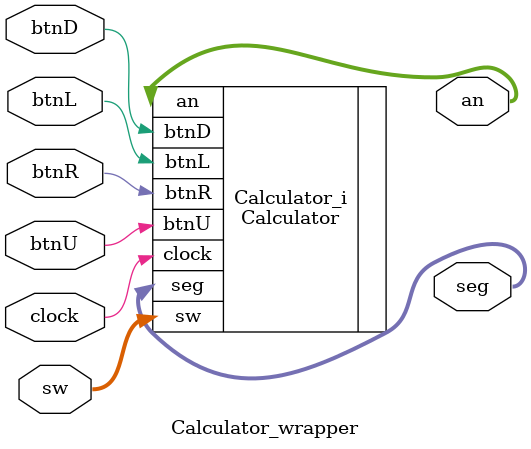
<source format=v>
`timescale 1 ps / 1 ps

module Calculator_wrapper
   (an,
    btnD,
    btnL,
    btnR,
    btnU,
    clock,
    seg,
    sw);
  output [3:0]an;
  input btnD;
  input btnL;
  input btnR;
  input btnU;
  input clock;
  output [6:0]seg;
  input [7:0]sw;

  wire [3:0]an;
  wire btnD;
  wire btnL;
  wire btnR;
  wire btnU;
  wire clock;
  wire [6:0]seg;
  wire [7:0]sw;

  Calculator Calculator_i
       (.an(an),
        .btnD(btnD),
        .btnL(btnL),
        .btnR(btnR),
        .btnU(btnU),
        .clock(clock),
        .seg(seg),
        .sw(sw));
endmodule

</source>
